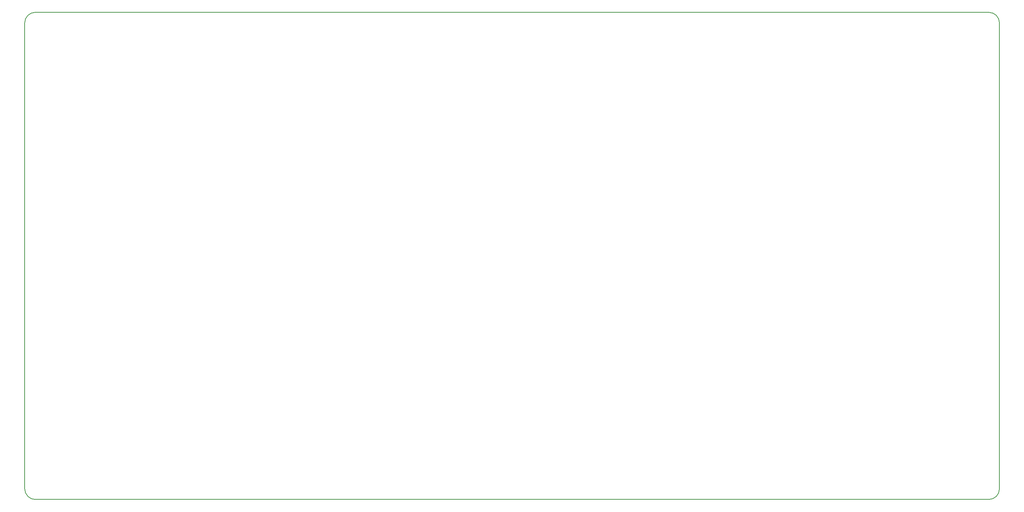
<source format=gm1>
G04 #@! TF.FileFunction,Profile,NP*
%FSLAX46Y46*%
G04 Gerber Fmt 4.6, Leading zero omitted, Abs format (unit mm)*
G04 Created by KiCad (PCBNEW 4.0.7) date 09/10/18 23:45:49*
%MOMM*%
%LPD*%
G01*
G04 APERTURE LIST*
%ADD10C,0.100000*%
%ADD11C,0.150000*%
G04 APERTURE END LIST*
D10*
D11*
X37000000Y-149500000D02*
X260000000Y-149500000D01*
X34500000Y-38000000D02*
X34500000Y-147000000D01*
X260000000Y-35500000D02*
X37000000Y-35500000D01*
X262500000Y-147000000D02*
X262500000Y-38000000D01*
X262500000Y-38000000D02*
G75*
G03X260000000Y-35500000I-2500000J0D01*
G01*
X37000000Y-35500000D02*
G75*
G03X34500000Y-38000000I0J-2500000D01*
G01*
X34500000Y-147000000D02*
G75*
G03X37000000Y-149500000I2500000J0D01*
G01*
X260000000Y-149500000D02*
G75*
G03X262500000Y-147000000I0J2500000D01*
G01*
M02*

</source>
